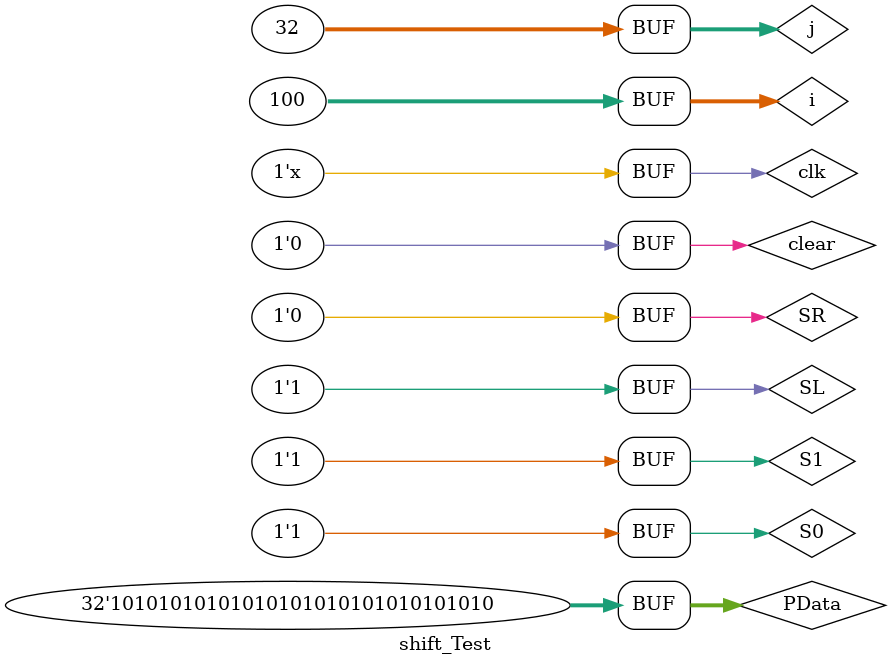
<source format=v>
`timescale 1ns / 1ps


module shift_Test;

	// Inputs
	reg S0;
	reg S1;
	reg clk;
	reg SR;
	reg clear;
	reg [31:0] PData;
	reg SL;

	// Outputs
	wire [31:0] Q;

	// Instantiate the Unit Under Test (UUT)
	Shift_32 uut (
		.S0(S0), 
		.S1(S1), 
		.clk(clk), 
		.SR(SR), 
		.clear(clear), 
		.Q(Q), 
		.PData(PData), 
		.SL(SL)
	);

	integer i;
	integer j;
	initial begin
		// Initialize Inputs
		clk = 0;
		clear = 0;
		S1 = 1;
		S0 = 1;
		SL = 0;
		SR = 0;
		PData=32'h80000000;

		// Wait 100 ns for global reset to finish
		#30;
		SR=1;
		S0=1;
		S1=0;
		for (j=0;j<32;j=j+1)begin
			#10;
		end
		// Add stimulus here
		SR=0;
		S0=1;
		S1=1;
		PData=32'haaaaaaaa;
		#40;
		SL=1;
		for (j=0;j<32;j=j+1)begin
			#10;
		end
	end
   always @*
		for(i=0;i<100;i=i+1)begin
		#10;
			clk<=~clk;
		end   
      
endmodule


</source>
